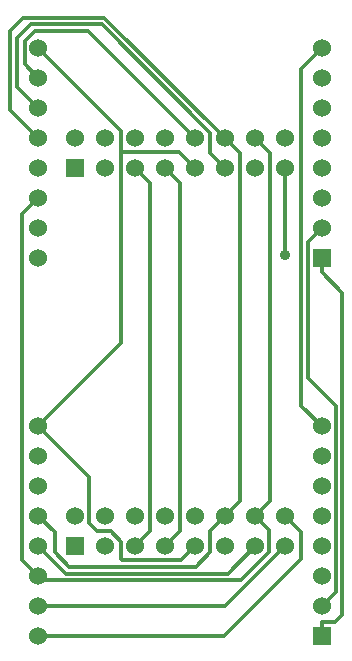
<source format=gtl>
G04 (created by PCBNEW-RS274X (2011-aug-04)-testing) date Wed 17 Apr 2013 04:11:37 PM PDT*
G01*
G70*
G90*
%MOIN*%
G04 Gerber Fmt 3.4, Leading zero omitted, Abs format*
%FSLAX34Y34*%
G04 APERTURE LIST*
%ADD10C,0.006000*%
%ADD11C,0.060000*%
%ADD12R,0.060000X0.060000*%
%ADD13C,0.035000*%
%ADD14C,0.012000*%
G04 APERTURE END LIST*
G54D10*
G54D11*
X21575Y-35397D03*
X21575Y-36397D03*
X21575Y-37397D03*
X21575Y-38397D03*
X21575Y-39397D03*
X21575Y-40397D03*
X21575Y-41397D03*
X21575Y-42397D03*
G54D12*
X31024Y-42397D03*
G54D11*
X31024Y-41397D03*
X31024Y-40397D03*
X31024Y-39397D03*
X31024Y-38397D03*
X31024Y-37397D03*
X31024Y-36397D03*
X31024Y-35397D03*
X21575Y-22798D03*
X21575Y-23798D03*
X21575Y-24798D03*
X21575Y-25798D03*
X21575Y-26798D03*
X21575Y-27798D03*
X21575Y-28798D03*
X21575Y-29798D03*
G54D12*
X31024Y-29798D03*
G54D11*
X31024Y-28798D03*
X31024Y-27798D03*
X31024Y-26798D03*
X31024Y-25798D03*
X31024Y-24798D03*
X31024Y-23798D03*
X31024Y-22798D03*
G54D12*
X22799Y-39398D03*
G54D11*
X22799Y-38398D03*
X23799Y-39398D03*
X23799Y-38398D03*
X24799Y-39398D03*
X24799Y-38398D03*
X25799Y-39398D03*
X25799Y-38398D03*
X26799Y-39398D03*
X26799Y-38398D03*
X27799Y-39398D03*
X27799Y-38398D03*
X28799Y-39398D03*
X28799Y-38398D03*
X29799Y-39398D03*
X29799Y-38398D03*
G54D12*
X22799Y-26799D03*
G54D11*
X22799Y-25799D03*
X23799Y-26799D03*
X23799Y-25799D03*
X24799Y-26799D03*
X24799Y-25799D03*
X25799Y-26799D03*
X25799Y-25799D03*
X26799Y-26799D03*
X26799Y-25799D03*
X27799Y-26799D03*
X27799Y-25799D03*
X28799Y-26799D03*
X28799Y-25799D03*
X29799Y-26799D03*
X29799Y-25799D03*
G54D13*
X29799Y-29696D03*
G54D14*
X27890Y-40307D02*
X28799Y-39398D01*
X22485Y-40307D02*
X27890Y-40307D01*
X21575Y-39397D02*
X22485Y-40307D01*
X23223Y-22223D02*
X26799Y-25799D01*
X21448Y-22223D02*
X23223Y-22223D01*
X21111Y-22560D02*
X21448Y-22223D01*
X21111Y-23334D02*
X21111Y-22560D01*
X21575Y-23798D02*
X21111Y-23334D01*
X27299Y-26299D02*
X27799Y-26799D01*
X27299Y-25616D02*
X27299Y-26299D01*
X23681Y-21998D02*
X27299Y-25616D01*
X21317Y-21998D02*
X23681Y-21998D01*
X20858Y-22457D02*
X21317Y-21998D01*
X20858Y-24081D02*
X20858Y-22457D01*
X21575Y-24798D02*
X20858Y-24081D01*
X29799Y-26799D02*
X29799Y-29696D01*
X27800Y-41397D02*
X29799Y-39398D01*
X21575Y-41397D02*
X27800Y-41397D01*
X30335Y-38934D02*
X29799Y-38398D01*
X30335Y-39825D02*
X30335Y-38934D01*
X27763Y-42397D02*
X30335Y-39825D01*
X21575Y-42397D02*
X27763Y-42397D01*
X26336Y-39861D02*
X26799Y-39398D01*
X24368Y-39861D02*
X26336Y-39861D01*
X24334Y-39827D02*
X24368Y-39861D01*
X24334Y-39250D02*
X24334Y-39827D01*
X23982Y-38898D02*
X24334Y-39250D01*
X23522Y-38898D02*
X23982Y-38898D01*
X23262Y-38638D02*
X23522Y-38898D01*
X23262Y-37084D02*
X23262Y-38638D01*
X21575Y-35397D02*
X23262Y-37084D01*
X24335Y-32637D02*
X21575Y-35397D01*
X24335Y-26295D02*
X24335Y-32637D01*
X24367Y-26263D02*
X24335Y-26295D01*
X24335Y-26231D02*
X24367Y-26263D01*
X24335Y-25558D02*
X24335Y-26231D01*
X21575Y-22798D02*
X24335Y-25558D01*
X26263Y-26263D02*
X26799Y-26799D01*
X24367Y-26263D02*
X26263Y-26263D01*
X21039Y-39861D02*
X21575Y-40397D01*
X21039Y-28334D02*
X21039Y-39861D01*
X21575Y-27798D02*
X21039Y-28334D01*
X29263Y-38862D02*
X28799Y-38398D01*
X29263Y-39590D02*
X29263Y-38862D01*
X28323Y-40530D02*
X29263Y-39590D01*
X21708Y-40530D02*
X28323Y-40530D01*
X21575Y-40397D02*
X21708Y-40530D01*
X29299Y-37898D02*
X28799Y-38398D01*
X29299Y-26299D02*
X29299Y-37898D01*
X28799Y-25799D02*
X29299Y-26299D01*
X30337Y-34710D02*
X31024Y-35397D01*
X30337Y-23485D02*
X30337Y-34710D01*
X31024Y-22798D02*
X30337Y-23485D01*
X28299Y-37898D02*
X27799Y-38398D01*
X28299Y-26299D02*
X28299Y-37898D01*
X27799Y-25799D02*
X28299Y-26299D01*
X27299Y-38898D02*
X27799Y-38398D01*
X27299Y-39601D02*
X27299Y-38898D01*
X26816Y-40084D02*
X27299Y-39601D01*
X22592Y-40084D02*
X26816Y-40084D01*
X22111Y-39603D02*
X22592Y-40084D01*
X22111Y-38933D02*
X22111Y-39603D01*
X21575Y-38397D02*
X22111Y-38933D01*
X23774Y-21774D02*
X27799Y-25799D01*
X21069Y-21774D02*
X23774Y-21774D01*
X20634Y-22209D02*
X21069Y-21774D01*
X20634Y-24857D02*
X20634Y-22209D01*
X21575Y-25798D02*
X20634Y-24857D01*
X31024Y-29798D02*
X31024Y-30261D01*
X31024Y-42397D02*
X31024Y-41934D01*
X31710Y-30947D02*
X31024Y-30261D01*
X31710Y-41677D02*
X31710Y-30947D01*
X31453Y-41934D02*
X31710Y-41677D01*
X31024Y-41934D02*
X31453Y-41934D01*
X26299Y-38898D02*
X25799Y-39398D01*
X26299Y-27299D02*
X26299Y-38898D01*
X25799Y-26799D02*
X26299Y-27299D01*
X31487Y-40934D02*
X31024Y-41397D01*
X31487Y-34717D02*
X31487Y-40934D01*
X30561Y-33791D02*
X31487Y-34717D01*
X30561Y-29261D02*
X30561Y-33791D01*
X31024Y-28798D02*
X30561Y-29261D01*
X25299Y-38898D02*
X24799Y-39398D01*
X25299Y-27299D02*
X25299Y-38898D01*
X24799Y-26799D02*
X25299Y-27299D01*
M02*

</source>
